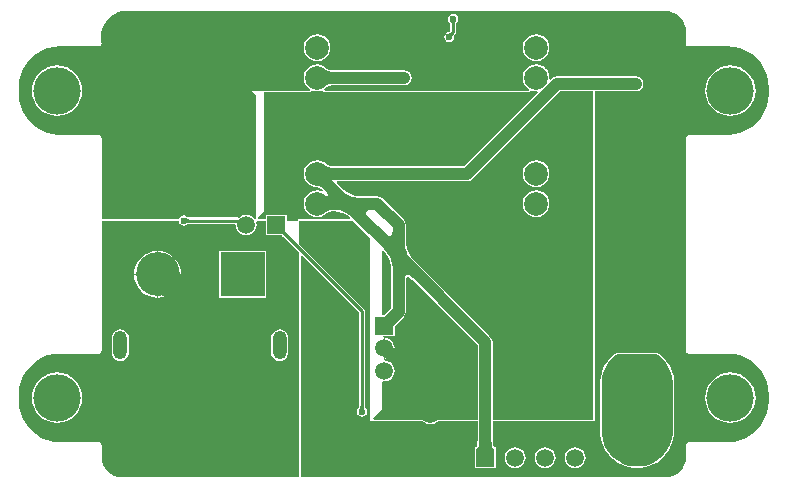
<source format=gbl>
G04*
G04 #@! TF.GenerationSoftware,Altium Limited,Altium Designer,20.2.5 (213)*
G04*
G04 Layer_Physical_Order=2*
G04 Layer_Color=16711680*
%FSLAX25Y25*%
%MOIN*%
G70*
G04*
G04 #@! TF.SameCoordinates,E7A29C4C-667B-4874-933E-F4189BEA85A9*
G04*
G04*
G04 #@! TF.FilePolarity,Positive*
G04*
G01*
G75*
%ADD12C,0.01000*%
%ADD18C,0.15748*%
%ADD34C,0.21260*%
G04:AMPARAMS|DCode=46|XSize=259.84mil|YSize=102.36mil|CornerRadius=51.18mil|HoleSize=0mil|Usage=FLASHONLY|Rotation=270.000|XOffset=0mil|YOffset=0mil|HoleType=Round|Shape=RoundedRectangle|*
%AMROUNDEDRECTD46*
21,1,0.25984,0.00000,0,0,270.0*
21,1,0.15748,0.10236,0,0,270.0*
1,1,0.10236,0.00000,-0.07874*
1,1,0.10236,0.00000,0.07874*
1,1,0.10236,0.00000,0.07874*
1,1,0.10236,0.00000,-0.07874*
%
%ADD46ROUNDEDRECTD46*%
%ADD47C,0.05906*%
%ADD48R,0.05906X0.05906*%
%ADD49C,0.03150*%
%ADD50C,0.03937*%
%ADD51C,0.07874*%
%ADD55O,0.04724X0.09449*%
%ADD56C,0.14630*%
%ADD57R,0.14630X0.14630*%
%ADD58R,0.05906X0.05906*%
%ADD59C,0.07874*%
%ADD60C,0.02362*%
%ADD61C,0.03937*%
G36*
X188976Y156461D02*
Y156461D01*
X189458Y156416D01*
X190314Y156332D01*
X191601Y155941D01*
X192786Y155308D01*
X193825Y154455D01*
X194678Y153416D01*
X195311Y152230D01*
X195702Y150944D01*
X195833Y149615D01*
X195831Y149606D01*
Y145669D01*
X195908Y145279D01*
X196129Y144948D01*
X196460Y144727D01*
X196850Y144650D01*
X210535D01*
X210560Y144623D01*
Y144623D01*
X210560Y144623D01*
X211803Y144525D01*
X213907Y144020D01*
X215906Y143192D01*
X217751Y142061D01*
X219396Y140656D01*
X220801Y139011D01*
X221932Y137166D01*
X222760Y135167D01*
X223265Y133063D01*
X223435Y130905D01*
X223363Y129991D01*
X223363D01*
X223363Y129851D01*
X223363D01*
X223389Y129513D01*
X223389Y129512D01*
X223391Y129493D01*
X223435Y128937D01*
X223265Y126780D01*
X222760Y124676D01*
X221932Y122677D01*
X220801Y120832D01*
X219396Y119187D01*
X217751Y117781D01*
X215906Y116651D01*
X213907Y115823D01*
X211803Y115318D01*
X210560Y115220D01*
X210560Y115220D01*
Y115220D01*
X210535Y115193D01*
X196850D01*
X196460Y115115D01*
X196129Y114894D01*
X195908Y114563D01*
X195831Y114173D01*
Y43307D01*
X195908Y42917D01*
X196129Y42586D01*
X196460Y42365D01*
X196850Y42287D01*
X210535D01*
X210560Y42260D01*
Y42260D01*
X210560Y42260D01*
X211803Y42163D01*
X213907Y41658D01*
X215906Y40830D01*
X217751Y39699D01*
X219396Y38294D01*
X220801Y36648D01*
X221932Y34803D01*
X222760Y32804D01*
X223265Y30700D01*
X223435Y28543D01*
X223363Y27629D01*
X223363D01*
X223363Y27489D01*
X223363D01*
X223389Y27151D01*
X223389Y27150D01*
X223391Y27131D01*
X223435Y26575D01*
X223265Y24418D01*
X222760Y22314D01*
X221932Y20315D01*
X220801Y18470D01*
X219396Y16825D01*
X217751Y15419D01*
X215906Y14289D01*
X213907Y13461D01*
X211803Y12956D01*
X210560Y12858D01*
X210560Y12858D01*
Y12858D01*
X210535Y12831D01*
X196850D01*
X196460Y12753D01*
X196129Y12532D01*
X195908Y12201D01*
X195831Y11811D01*
Y7874D01*
X195831Y7874D01*
X195831D01*
X195785Y7384D01*
X195702Y6536D01*
X195311Y5250D01*
X194678Y4064D01*
X193825Y3025D01*
X192786Y2173D01*
X191601Y1539D01*
X190314Y1149D01*
X188985Y1018D01*
X188976Y1020D01*
X67470D01*
Y74785D01*
X67932Y74976D01*
X86776Y56133D01*
Y24775D01*
X86754Y24726D01*
X86751Y24622D01*
X86744Y24541D01*
X86734Y24469D01*
X86719Y24405D01*
X86702Y24350D01*
X86683Y24301D01*
X86663Y24260D01*
X86640Y24224D01*
X86616Y24192D01*
X86572Y24144D01*
X86558Y24106D01*
X86212Y23589D01*
X86081Y22933D01*
X86212Y22277D01*
X86583Y21721D01*
X87139Y21350D01*
X87795Y21219D01*
X88451Y21350D01*
X89007Y21721D01*
X89379Y22277D01*
X89509Y22933D01*
X89379Y23589D01*
X89033Y24106D01*
X89019Y24144D01*
X88975Y24192D01*
X88950Y24224D01*
X88928Y24260D01*
X88907Y24301D01*
X88888Y24350D01*
X88871Y24405D01*
X88857Y24469D01*
X88846Y24541D01*
X88839Y24622D01*
X88836Y24726D01*
X88815Y24775D01*
Y56555D01*
X88737Y56945D01*
X88516Y57276D01*
X66929Y78863D01*
Y86614D01*
X84886D01*
X90551Y80949D01*
Y19685D01*
X107959D01*
X108392Y19353D01*
X109472Y18905D01*
X110630Y18753D01*
X111788Y18905D01*
X112868Y19353D01*
X113301Y19685D01*
X126361D01*
Y13909D01*
X126359Y13729D01*
X126283Y12501D01*
X126220Y12026D01*
X126141Y11636D01*
X126052Y11341D01*
X125965Y11151D01*
X125903Y11068D01*
X125899Y11065D01*
X125824Y11049D01*
X125799Y11032D01*
X125425D01*
Y10590D01*
X125396Y10520D01*
X125419Y10465D01*
X125408Y10407D01*
X125425Y10381D01*
Y4126D01*
X132331D01*
Y10381D01*
X132348Y10407D01*
X132337Y10465D01*
X132360Y10520D01*
X132331Y10590D01*
Y11032D01*
X131957D01*
X131931Y11049D01*
X131857Y11065D01*
X131853Y11068D01*
X131791Y11151D01*
X131704Y11341D01*
X131615Y11636D01*
X131539Y12013D01*
X131397Y13734D01*
X131395Y13909D01*
Y19685D01*
X165354D01*
Y129668D01*
X179134D01*
X180097Y129860D01*
X180914Y130405D01*
X181459Y131222D01*
X181651Y132185D01*
X181459Y133148D01*
X180914Y133965D01*
X180097Y134510D01*
X179134Y134702D01*
X152885D01*
X151922Y134510D01*
X151106Y133965D01*
X150751Y133610D01*
X150278Y133844D01*
X150326Y134209D01*
X150173Y135367D01*
X149726Y136446D01*
X149015Y137373D01*
X148088Y138084D01*
X147009Y138531D01*
X145850Y138684D01*
X144692Y138531D01*
X143613Y138084D01*
X142686Y137373D01*
X141975Y136446D01*
X141528Y135367D01*
X141375Y134209D01*
X141528Y133050D01*
X141975Y131971D01*
X142686Y131044D01*
X143498Y130421D01*
X143364Y129921D01*
X75336D01*
X75203Y130421D01*
X76015Y131044D01*
X76041Y131078D01*
X76056Y131083D01*
X76197Y131211D01*
X76338Y131309D01*
X76511Y131402D01*
X76717Y131486D01*
X76956Y131561D01*
X77229Y131624D01*
X77529Y131674D01*
X78251Y131735D01*
X78273Y131735D01*
X101969D01*
X102932Y131927D01*
X103748Y132472D01*
X104294Y133289D01*
X104485Y134252D01*
X104294Y135215D01*
X103748Y136032D01*
X102932Y136577D01*
X101969Y136769D01*
X78418D01*
X77816Y136792D01*
X77482Y136827D01*
X77174Y136876D01*
X76899Y136938D01*
X76657Y137011D01*
X76449Y137093D01*
X76273Y137184D01*
X76130Y137279D01*
X75986Y137404D01*
X75966Y137411D01*
X75088Y138084D01*
X74009Y138531D01*
X72850Y138684D01*
X71692Y138531D01*
X70613Y138084D01*
X69686Y137373D01*
X68975Y136446D01*
X68528Y135367D01*
X68375Y134209D01*
X68528Y133050D01*
X68975Y131971D01*
X69686Y131044D01*
X70498Y130421D01*
X70364Y129921D01*
X51181D01*
X52510Y128592D01*
Y87333D01*
X52048Y87176D01*
X51978Y87212D01*
X51966Y87221D01*
X51675Y87600D01*
X50954Y88154D01*
X50114Y88502D01*
X49213Y88620D01*
X48311Y88502D01*
X47471Y88154D01*
X46750Y87600D01*
X46727Y87570D01*
X46409Y87634D01*
X30286D01*
X30238Y87655D01*
X30134Y87658D01*
X30053Y87665D01*
X29981Y87676D01*
X29917Y87690D01*
X29861Y87707D01*
X29813Y87726D01*
X29772Y87747D01*
X29736Y87769D01*
X29704Y87794D01*
X29656Y87838D01*
X29618Y87852D01*
X29101Y88198D01*
X28445Y88328D01*
X27789Y88198D01*
X27233Y87826D01*
X26861Y87270D01*
X26851Y87220D01*
X26731Y87155D01*
X1020D01*
Y114173D01*
X942Y114563D01*
X721Y114894D01*
X390Y115115D01*
X0Y115193D01*
X-13684D01*
X-13710Y115220D01*
Y115220D01*
X-13710Y115220D01*
X-14952Y115318D01*
X-17056Y115823D01*
X-19055Y116651D01*
X-20900Y117781D01*
X-22546Y119187D01*
X-23951Y120832D01*
X-25081Y122677D01*
X-25910Y124676D01*
X-26415Y126780D01*
X-26584Y128937D01*
X-26512Y129851D01*
X-26512D01*
X-26512Y129991D01*
X-26512D01*
X-26539Y130330D01*
X-26539Y130330D01*
X-26541Y130349D01*
X-26584Y130905D01*
X-26415Y133063D01*
X-25910Y135167D01*
X-25081Y137166D01*
X-23951Y139011D01*
X-22546Y140656D01*
X-20900Y142061D01*
X-19055Y143192D01*
X-17056Y144020D01*
X-14952Y144525D01*
X-13710Y144623D01*
X-13710Y144623D01*
Y144623D01*
X-13684Y144650D01*
X0D01*
X390Y144727D01*
X721Y144948D01*
X942Y145279D01*
X1020Y145669D01*
X988Y145867D01*
X939Y146348D01*
X812Y147638D01*
X985Y149400D01*
X1499Y151094D01*
X2334Y152655D01*
X3457Y154024D01*
X4825Y155147D01*
X6386Y155981D01*
X7967Y156461D01*
X188485D01*
X188976Y156461D01*
D02*
G37*
G36*
X75801Y136848D02*
X75999Y136716D01*
X76224Y136600D01*
X76479Y136499D01*
X76761Y136414D01*
X77072Y136345D01*
X77411Y136290D01*
X77778Y136251D01*
X78597Y136221D01*
X78647Y132283D01*
X78223Y132275D01*
X77462Y132211D01*
X77124Y132156D01*
X76814Y132084D01*
X76533Y131996D01*
X76280Y131892D01*
X76056Y131772D01*
X75860Y131636D01*
X75692Y131484D01*
X75631Y136995D01*
X75801Y136848D01*
D02*
G37*
G36*
X144692Y129886D02*
X145850Y129733D01*
X146215Y129781D01*
X146449Y129308D01*
X121867Y104726D01*
X78447D01*
X77843Y104749D01*
X77509Y104785D01*
X77202Y104834D01*
X76928Y104897D01*
X76687Y104971D01*
X76480Y105055D01*
X76306Y105146D01*
X76164Y105243D01*
X76021Y105369D01*
X76017Y105371D01*
X76015Y105373D01*
X75088Y106084D01*
X74009Y106532D01*
X72850Y106684D01*
X71692Y106532D01*
X70613Y106084D01*
X69686Y105373D01*
X68975Y104446D01*
X68528Y103367D01*
X68375Y102209D01*
X68528Y101050D01*
X68975Y99971D01*
X69686Y99044D01*
X70613Y98333D01*
X71692Y97886D01*
X72850Y97733D01*
X72853Y97734D01*
X72858Y97732D01*
X73048Y97720D01*
X73217Y97688D01*
X73405Y97629D01*
X73610Y97542D01*
X73832Y97424D01*
X74071Y97275D01*
X74318Y97097D01*
X74669Y96799D01*
X74406Y96367D01*
X74009Y96531D01*
X72850Y96684D01*
X71692Y96531D01*
X70613Y96084D01*
X69686Y95373D01*
X68975Y94446D01*
X68528Y93367D01*
X68375Y92209D01*
X68528Y91050D01*
X68975Y89971D01*
X69686Y89044D01*
X70613Y88333D01*
X71692Y87886D01*
X72850Y87733D01*
X74009Y87886D01*
X75088Y88333D01*
X76015Y89044D01*
X76017Y89046D01*
X76021Y89048D01*
X76164Y89174D01*
X76306Y89271D01*
X76480Y89363D01*
X76687Y89446D01*
X76928Y89520D01*
X77202Y89583D01*
X77503Y89632D01*
X78226Y89692D01*
X78243Y89692D01*
X78288D01*
X78834Y89672D01*
X79546Y89593D01*
X80234Y89462D01*
X80898Y89279D01*
X81539Y89044D01*
X82160Y88756D01*
X82759Y88416D01*
X83337Y88023D01*
X83797Y87655D01*
X83721Y87315D01*
X83614Y87155D01*
X66929D01*
X66546Y86997D01*
X66388Y86614D01*
X62665D01*
Y88591D01*
X55760D01*
Y87155D01*
X53514D01*
X53052Y87333D01*
Y87874D01*
X55118Y89941D01*
Y129380D01*
X70364D01*
X70495Y129434D01*
X70636Y129453D01*
X70680Y129511D01*
X70747Y129539D01*
X70801Y129669D01*
X70887Y129782D01*
X70925Y129921D01*
X71607D01*
X71692Y129886D01*
X72850Y129733D01*
X74009Y129886D01*
X74094Y129921D01*
X74776D01*
X74813Y129782D01*
X74900Y129669D01*
X74954Y129539D01*
X75021Y129511D01*
X75065Y129453D01*
X75206Y129434D01*
X75336Y129380D01*
X143364D01*
X143495Y129434D01*
X143635Y129453D01*
X143680Y129511D01*
X143747Y129539D01*
X143801Y129669D01*
X143887Y129782D01*
X143924Y129921D01*
X144607D01*
X144692Y129886D01*
D02*
G37*
G36*
X75831Y104815D02*
X76027Y104681D01*
X76253Y104563D01*
X76506Y104461D01*
X76788Y104374D01*
X77098Y104303D01*
X77437Y104248D01*
X77803Y104209D01*
X78622Y104177D01*
Y100240D01*
X78199Y100232D01*
X77710Y100192D01*
X77767Y100120D01*
X78324Y99519D01*
X75765Y96961D01*
X80882D01*
X81450Y96432D01*
X82042Y95959D01*
X82656Y95541D01*
X83293Y95179D01*
X83954Y94873D01*
X84638Y94623D01*
X85344Y94428D01*
X86074Y94288D01*
X86827Y94205D01*
X87603Y94177D01*
X91540Y90240D01*
X90820Y90212D01*
X90234Y90129D01*
X89783Y89990D01*
X89465Y89795D01*
X89283Y89544D01*
X89235Y89238D01*
X89321Y88876D01*
X89542Y88459D01*
X89897Y87985D01*
X90387Y87456D01*
X84819D01*
X84251Y87985D01*
X83659Y88459D01*
X83045Y88876D01*
X82407Y89238D01*
X81747Y89544D01*
X81063Y89795D01*
X80356Y89990D01*
X79627Y90129D01*
X78874Y90212D01*
X78277Y90234D01*
X78199Y90232D01*
X77437Y90169D01*
X77098Y90114D01*
X76788Y90043D01*
X76506Y89957D01*
X76253Y89854D01*
X76027Y89736D01*
X75831Y89602D01*
X75662Y89453D01*
Y92676D01*
X74161Y94177D01*
X74881Y94205D01*
X75467Y94288D01*
X75662Y94349D01*
Y94965D01*
X75831Y94815D01*
X76027Y94681D01*
X76191Y94595D01*
X76235Y94623D01*
X76418Y94873D01*
X76466Y95179D01*
X76380Y95541D01*
X76159Y95959D01*
X75804Y96432D01*
X75384Y96885D01*
X75235Y97029D01*
X74651Y97524D01*
X74373Y97724D01*
X74103Y97893D01*
X73843Y98031D01*
X73591Y98138D01*
X73349Y98214D01*
X73115Y98259D01*
X72890Y98272D01*
X75662Y101044D01*
Y104965D01*
X75831Y104815D01*
D02*
G37*
G36*
X29355Y87379D02*
X29428Y87323D01*
X29507Y87274D01*
X29592Y87232D01*
X29682Y87196D01*
X29779Y87166D01*
X29881Y87144D01*
X29989Y87127D01*
X30104Y87117D01*
X30224Y87114D01*
Y86114D01*
X30104Y86111D01*
X29989Y86101D01*
X29881Y86085D01*
X29779Y86062D01*
X29682Y86032D01*
X29592Y85997D01*
X29507Y85954D01*
X29428Y85905D01*
X29355Y85849D01*
X29288Y85787D01*
Y87441D01*
X29355Y87379D01*
D02*
G37*
G36*
X55760Y81685D02*
X60618D01*
X60655Y81662D01*
X60698Y81673D01*
X60739Y81656D01*
X60810Y81685D01*
X61075D01*
X61129Y81654D01*
X61251Y81569D01*
X61585Y81286D01*
X61777Y81101D01*
X61828Y81081D01*
X66929Y75979D01*
Y1020D01*
X7874D01*
X7865Y1018D01*
X6536Y1149D01*
X5250Y1539D01*
X4064Y2173D01*
X3025Y3025D01*
X2173Y4064D01*
X1539Y5250D01*
X1149Y6536D01*
X1018Y7865D01*
X1020Y7874D01*
Y11811D01*
X942Y12201D01*
X721Y12532D01*
X390Y12753D01*
X0Y12831D01*
X-13684D01*
X-13710Y12858D01*
Y12858D01*
X-13710Y12858D01*
X-14952Y12956D01*
X-17056Y13461D01*
X-19055Y14289D01*
X-20900Y15419D01*
X-22546Y16825D01*
X-23951Y18470D01*
X-25081Y20315D01*
X-25910Y22314D01*
X-26415Y24418D01*
X-26584Y26575D01*
X-26512Y27489D01*
X-26512D01*
X-26512Y27629D01*
X-26512D01*
X-26539Y27968D01*
X-26539Y27968D01*
X-26541Y27987D01*
X-26584Y28543D01*
X-26415Y30700D01*
X-25910Y32804D01*
X-25081Y34803D01*
X-23951Y36648D01*
X-22546Y38294D01*
X-20900Y39699D01*
X-19055Y40830D01*
X-17056Y41658D01*
X-14952Y42163D01*
X-13710Y42260D01*
X-13710Y42260D01*
Y42260D01*
X-13684Y42287D01*
X0D01*
X390Y42365D01*
X721Y42586D01*
X942Y42917D01*
X1020Y43307D01*
Y86614D01*
X26731D01*
X26861Y85958D01*
X27233Y85402D01*
X27789Y85031D01*
X28445Y84900D01*
X29101Y85031D01*
X29618Y85376D01*
X29656Y85390D01*
X29704Y85435D01*
X29736Y85459D01*
X29772Y85481D01*
X29813Y85502D01*
X29861Y85521D01*
X29917Y85538D01*
X29981Y85552D01*
X30053Y85563D01*
X30134Y85570D01*
X30238Y85573D01*
X30286Y85595D01*
X45411D01*
X45741Y85219D01*
X45730Y85138D01*
X45849Y84237D01*
X46197Y83397D01*
X46750Y82675D01*
X47471Y82122D01*
X48311Y81774D01*
X49213Y81655D01*
X50114Y81774D01*
X50954Y82122D01*
X51675Y82675D01*
X52229Y83397D01*
X52577Y84237D01*
X52695Y85138D01*
X52577Y86039D01*
X52510Y86198D01*
X52788Y86614D01*
X55760D01*
Y81685D01*
D02*
G37*
G36*
X62097Y83534D02*
X62068Y83442D01*
Y83336D01*
X62097Y83215D01*
X62153Y83081D01*
X62238Y82932D01*
X62351Y82770D01*
X62493Y82593D01*
X62861Y82197D01*
X62153Y81490D01*
X61948Y81688D01*
X61581Y81999D01*
X61418Y82112D01*
X61269Y82197D01*
X61135Y82254D01*
X61015Y82282D01*
X60909D01*
X60817Y82254D01*
X60739Y82197D01*
X62153Y83611D01*
X62097Y83534D01*
D02*
G37*
G36*
X101969Y79811D02*
X101996Y79036D01*
X102080Y78283D01*
X102219Y77553D01*
X102414Y76846D01*
X102664Y76163D01*
X102971Y75502D01*
X103333Y74865D01*
X103750Y74250D01*
X104224Y73659D01*
X104752Y73090D01*
Y67523D01*
X104224Y68012D01*
X103750Y68367D01*
X103333Y68588D01*
X102971Y68674D01*
X102664Y68626D01*
X102414Y68444D01*
X102219Y68127D01*
X102080Y67676D01*
X101996Y67090D01*
X101969Y66370D01*
X98032Y70307D01*
X98004Y71083D01*
X97920Y71835D01*
X97781Y72565D01*
X97586Y73272D01*
X97335Y73955D01*
X97029Y74616D01*
X96667Y75253D01*
X96250Y75868D01*
X95776Y76459D01*
X95248Y77028D01*
Y82595D01*
X95776Y82106D01*
X96250Y81751D01*
X96667Y81530D01*
X97029Y81444D01*
X97335Y81492D01*
X97586Y81674D01*
X97781Y81991D01*
X97920Y82442D01*
X98004Y83028D01*
X98032Y83749D01*
X101969Y79811D01*
D02*
G37*
G36*
X94994Y76506D02*
X95367Y76105D01*
X95814Y75546D01*
X96207Y74967D01*
X96548Y74368D01*
X96835Y73748D01*
X97070Y73106D01*
X97253Y72442D01*
X97385Y71755D01*
X97464Y71043D01*
X97483Y70497D01*
Y57327D01*
X96196Y56094D01*
X95397Y55414D01*
X95099Y55193D01*
X94988Y55123D01*
X94623Y55257D01*
X94546Y55322D01*
X94488Y55487D01*
Y76358D01*
X94950Y76550D01*
X94994Y76506D01*
D02*
G37*
G36*
X101000Y54496D02*
X100400Y53887D01*
X98466Y51684D01*
X98294Y51412D01*
X98193Y51195D01*
X98163Y51034D01*
X98204Y50929D01*
X94649Y54484D01*
X94754Y54442D01*
X94915Y54472D01*
X95132Y54574D01*
X95405Y54746D01*
X95734Y54990D01*
X96559Y55692D01*
X98216Y57280D01*
X101000Y54496D01*
D02*
G37*
G36*
X103460Y67909D02*
X103876Y67596D01*
X104241Y67259D01*
X126361Y45139D01*
Y20226D01*
X113301D01*
X113140Y20159D01*
X112971Y20114D01*
X112595Y19825D01*
X112256Y19685D01*
X109004D01*
X108665Y19825D01*
X108289Y20114D01*
X108120Y20159D01*
X107959Y20226D01*
X91746D01*
X91554Y20688D01*
X94488Y23622D01*
Y32758D01*
X94864Y33087D01*
X95276Y33033D01*
X96177Y33152D01*
X97017Y33500D01*
X97738Y34053D01*
X98292Y34775D01*
X98640Y35614D01*
X98758Y36516D01*
X98640Y37417D01*
X98292Y38257D01*
X97738Y38978D01*
X97017Y39532D01*
X96177Y39880D01*
X95276Y39998D01*
X95240Y39994D01*
X94919Y40276D01*
X95026Y40369D01*
Y44035D01*
Y47735D01*
X94843Y47965D01*
X94894Y48102D01*
X98728D01*
Y50887D01*
X98746Y50929D01*
X98728Y50970D01*
Y51063D01*
X98770Y51152D01*
X98901Y51359D01*
X100777Y53498D01*
X101780Y54500D01*
X102325Y55316D01*
X102517Y56279D01*
Y66544D01*
X102536Y67041D01*
X102610Y67557D01*
X102708Y67876D01*
X103165Y68065D01*
X103460Y67909D01*
D02*
G37*
G36*
X88299Y24592D02*
X88308Y24478D01*
X88325Y24369D01*
X88348Y24267D01*
X88377Y24171D01*
X88413Y24080D01*
X88455Y23995D01*
X88504Y23916D01*
X88560Y23844D01*
X88622Y23776D01*
X86968D01*
X87031Y23844D01*
X87086Y23916D01*
X87135Y23995D01*
X87178Y24080D01*
X87214Y24171D01*
X87243Y24267D01*
X87266Y24369D01*
X87282Y24478D01*
X87292Y24592D01*
X87295Y24712D01*
X88295D01*
X88299Y24592D01*
D02*
G37*
G36*
X164813Y20226D02*
X131395D01*
Y46181D01*
X131203Y47144D01*
X130658Y47961D01*
X105006Y73613D01*
X104633Y74013D01*
X104186Y74572D01*
X103793Y75151D01*
X103452Y75750D01*
X103165Y76370D01*
X102930Y77012D01*
X102747Y77676D01*
X102615Y78364D01*
X102536Y79075D01*
X102517Y79622D01*
Y85138D01*
X102325Y86101D01*
X101780Y86918D01*
X94709Y93988D01*
X93892Y94534D01*
X92929Y94726D01*
X87413D01*
X86866Y94745D01*
X86155Y94824D01*
X85467Y94955D01*
X84803Y95138D01*
X84161Y95374D01*
X83541Y95661D01*
X82942Y96001D01*
X82363Y96394D01*
X81804Y96842D01*
X81404Y97215D01*
X79389Y99230D01*
X79580Y99692D01*
X122909D01*
X123872Y99883D01*
X124689Y100429D01*
X153928Y129668D01*
X164813D01*
Y20226D01*
D02*
G37*
G36*
X130856Y13709D02*
X131002Y11937D01*
X131089Y11504D01*
X131196Y11149D01*
X131323Y10874D01*
X131469Y10677D01*
X131634Y10559D01*
X131819Y10520D01*
X125937D01*
X126122Y10559D01*
X126287Y10677D01*
X126433Y10874D01*
X126559Y11149D01*
X126666Y11504D01*
X126754Y11937D01*
X126822Y12449D01*
X126900Y13709D01*
X126909Y14457D01*
X130847D01*
X130856Y13709D01*
D02*
G37*
%LPC*%
G36*
X118209Y155553D02*
X117553Y155422D01*
X116997Y155051D01*
X116625Y154495D01*
X116495Y153839D01*
X116625Y153183D01*
X116971Y152665D01*
X116985Y152627D01*
X117029Y152579D01*
X117053Y152548D01*
X117076Y152512D01*
X117097Y152470D01*
X117116Y152422D01*
X117133Y152367D01*
X117147Y152303D01*
X117158Y152231D01*
X117165Y152149D01*
X117168Y152045D01*
X117189Y151997D01*
Y149817D01*
X117156Y149804D01*
X117082Y149733D01*
X116938Y149610D01*
X116879Y149568D01*
X116819Y149528D01*
X116761Y149495D01*
X116707Y149468D01*
X116657Y149447D01*
X116610Y149432D01*
X116546Y149415D01*
X116471Y149359D01*
X116273Y149320D01*
X115717Y148948D01*
X115346Y148392D01*
X115215Y147736D01*
X115346Y147080D01*
X115717Y146524D01*
X116273Y146153D01*
X116929Y146022D01*
X117585Y146153D01*
X118141Y146524D01*
X118513Y147080D01*
X118643Y147736D01*
X118590Y148004D01*
X118612Y148101D01*
X118602Y148155D01*
X118601Y148176D01*
X118603Y148196D01*
X118608Y148221D01*
X118617Y148251D01*
X118634Y148288D01*
X118659Y148332D01*
X118695Y148383D01*
X118742Y148441D01*
X118812Y148515D01*
X118830Y148564D01*
X118854Y148588D01*
X118882Y148609D01*
X118883Y148617D01*
X118930Y148663D01*
X119151Y148994D01*
X119228Y149384D01*
Y151997D01*
X119250Y152045D01*
X119253Y152149D01*
X119260Y152231D01*
X119270Y152303D01*
X119285Y152367D01*
X119302Y152422D01*
X119321Y152470D01*
X119341Y152512D01*
X119364Y152548D01*
X119388Y152579D01*
X119432Y152627D01*
X119446Y152665D01*
X119792Y153183D01*
X119923Y153839D01*
X119792Y154495D01*
X119421Y155051D01*
X118865Y155422D01*
X118209Y155553D01*
D02*
G37*
G36*
X145850Y148684D02*
X144692Y148531D01*
X143613Y148084D01*
X142686Y147373D01*
X141975Y146446D01*
X141528Y145367D01*
X141375Y144209D01*
X141528Y143050D01*
X141975Y141971D01*
X142686Y141044D01*
X143613Y140333D01*
X144692Y139886D01*
X145850Y139733D01*
X147009Y139886D01*
X148088Y140333D01*
X149015Y141044D01*
X149726Y141971D01*
X150173Y143050D01*
X150326Y144209D01*
X150173Y145367D01*
X149726Y146446D01*
X149015Y147373D01*
X148088Y148084D01*
X147009Y148531D01*
X145850Y148684D01*
D02*
G37*
G36*
X72850D02*
X71692Y148531D01*
X70613Y148084D01*
X69686Y147373D01*
X68975Y146446D01*
X68528Y145367D01*
X68375Y144209D01*
X68528Y143050D01*
X68975Y141971D01*
X69686Y141044D01*
X70613Y140333D01*
X71692Y139886D01*
X72850Y139733D01*
X74009Y139886D01*
X75088Y140333D01*
X76015Y141044D01*
X76726Y141971D01*
X77173Y143050D01*
X77326Y144209D01*
X77173Y145367D01*
X76726Y146446D01*
X76015Y147373D01*
X75088Y148084D01*
X74009Y148531D01*
X72850Y148684D01*
D02*
G37*
G36*
X210630Y138336D02*
X208988Y138174D01*
X207410Y137695D01*
X205955Y136918D01*
X204680Y135871D01*
X203633Y134596D01*
X202856Y133141D01*
X202377Y131563D01*
X202215Y129921D01*
X202377Y128280D01*
X202856Y126701D01*
X203633Y125246D01*
X204680Y123971D01*
X205955Y122925D01*
X207410Y122147D01*
X208988Y121668D01*
X210630Y121507D01*
X212271Y121668D01*
X213850Y122147D01*
X215305Y122925D01*
X216580Y123971D01*
X217626Y125246D01*
X218404Y126701D01*
X218883Y128280D01*
X219044Y129921D01*
X218883Y131563D01*
X218404Y133141D01*
X217626Y134596D01*
X216580Y135871D01*
X215305Y136918D01*
X213850Y137695D01*
X212271Y138174D01*
X210630Y138336D01*
D02*
G37*
G36*
X-13780D02*
X-15421Y138174D01*
X-17000Y137695D01*
X-18454Y136918D01*
X-19729Y135871D01*
X-20776Y134596D01*
X-21553Y133141D01*
X-22032Y131563D01*
X-22194Y129921D01*
X-22032Y128280D01*
X-21553Y126701D01*
X-20776Y125246D01*
X-19729Y123971D01*
X-18454Y122925D01*
X-17000Y122147D01*
X-15421Y121668D01*
X-13780Y121507D01*
X-12138Y121668D01*
X-10559Y122147D01*
X-9105Y122925D01*
X-7830Y123971D01*
X-6783Y125246D01*
X-6005Y126701D01*
X-5527Y128280D01*
X-5365Y129921D01*
X-5527Y131563D01*
X-6005Y133141D01*
X-6783Y134596D01*
X-7830Y135871D01*
X-9105Y136918D01*
X-10559Y137695D01*
X-12138Y138174D01*
X-13780Y138336D01*
D02*
G37*
G36*
X210630Y35974D02*
X208988Y35812D01*
X207410Y35333D01*
X205955Y34556D01*
X204680Y33509D01*
X203633Y32234D01*
X202856Y30779D01*
X202377Y29201D01*
X202215Y27559D01*
X202377Y25918D01*
X202856Y24339D01*
X203633Y22884D01*
X204680Y21609D01*
X205955Y20563D01*
X207410Y19785D01*
X208988Y19306D01*
X210630Y19144D01*
X212271Y19306D01*
X213850Y19785D01*
X215305Y20563D01*
X216580Y21609D01*
X217626Y22884D01*
X218404Y24339D01*
X218883Y25918D01*
X219044Y27559D01*
X218883Y29201D01*
X218404Y30779D01*
X217626Y32234D01*
X216580Y33509D01*
X215305Y34556D01*
X213850Y35333D01*
X212271Y35812D01*
X210630Y35974D01*
D02*
G37*
G36*
X186056Y42608D02*
X172999D01*
X172854Y42548D01*
X172700Y42518D01*
X172093Y42116D01*
X172073Y42086D01*
X172040Y42075D01*
X170934Y41127D01*
X170918Y41096D01*
X170887Y41081D01*
X169906Y40005D01*
X169894Y39971D01*
X169864Y39953D01*
X169023Y38764D01*
X169015Y38729D01*
X168988Y38707D01*
X168299Y37424D01*
X168296Y37389D01*
X168272Y37363D01*
X167746Y36005D01*
X167747Y35970D01*
X167726Y35942D01*
X167370Y34530D01*
X167376Y34495D01*
X167358Y34464D01*
X167179Y33019D01*
X167189Y32985D01*
X167175Y32952D01*
Y32224D01*
Y16476D01*
Y15547D01*
X167192Y15506D01*
X167182Y15462D01*
X167473Y13626D01*
X167496Y13588D01*
X167493Y13543D01*
X168067Y11775D01*
X168096Y11741D01*
X168100Y11697D01*
X168944Y10040D01*
X168978Y10011D01*
X168988Y9968D01*
X170081Y8464D01*
X170119Y8441D01*
X170136Y8399D01*
X171450Y7085D01*
X171492Y7068D01*
X171515Y7030D01*
X173019Y5937D01*
X173063Y5926D01*
X173091Y5892D01*
X174748Y5049D01*
X174793Y5045D01*
X174826Y5016D01*
X176595Y4442D01*
X176639Y4445D01*
X176677Y4422D01*
X178513Y4131D01*
X178557Y4141D01*
X178598Y4124D01*
X180457D01*
X180498Y4141D01*
X180542Y4131D01*
X182378Y4422D01*
X182416Y4445D01*
X182460Y4442D01*
X184229Y5016D01*
X184263Y5045D01*
X184307Y5049D01*
X185964Y5892D01*
X185993Y5926D01*
X186036Y5937D01*
X187540Y7030D01*
X187563Y7068D01*
X187605Y7085D01*
X188919Y8399D01*
X188936Y8441D01*
X188974Y8464D01*
X190067Y9968D01*
X190077Y10011D01*
X190111Y10040D01*
X190955Y11697D01*
X190959Y11741D01*
X190988Y11775D01*
X191562Y13543D01*
X191559Y13588D01*
X191582Y13626D01*
X191873Y15462D01*
X191863Y15506D01*
X191880Y15547D01*
Y16476D01*
Y32224D01*
X191880Y32224D01*
X191880Y32952D01*
X191866Y32985D01*
X191876Y33019D01*
X191697Y34464D01*
X191679Y34495D01*
X191685Y34530D01*
X191330Y35942D01*
X191308Y35970D01*
X191309Y36005D01*
X190784Y37363D01*
X190759Y37389D01*
X190756Y37424D01*
X190067Y38707D01*
X190040Y38729D01*
X190032Y38764D01*
X189191Y39953D01*
X189161Y39971D01*
X189149Y40005D01*
X188169Y41081D01*
X188137Y41096D01*
X188121Y41127D01*
X187015Y42075D01*
X186982Y42086D01*
X186962Y42116D01*
X186355Y42518D01*
X186201Y42548D01*
X186056Y42608D01*
D02*
G37*
G36*
X158878Y11061D02*
X157977Y10943D01*
X157137Y10595D01*
X156415Y10041D01*
X155862Y9320D01*
X155514Y8480D01*
X155395Y7579D01*
X155514Y6677D01*
X155862Y5838D01*
X156415Y5116D01*
X157137Y4563D01*
X157977Y4215D01*
X158878Y4096D01*
X159779Y4215D01*
X160619Y4563D01*
X161340Y5116D01*
X161894Y5838D01*
X162242Y6677D01*
X162361Y7579D01*
X162242Y8480D01*
X161894Y9320D01*
X161340Y10041D01*
X160619Y10595D01*
X159779Y10943D01*
X158878Y11061D01*
D02*
G37*
G36*
X148878D02*
X147977Y10943D01*
X147137Y10595D01*
X146415Y10041D01*
X145862Y9320D01*
X145514Y8480D01*
X145395Y7579D01*
X145514Y6677D01*
X145862Y5838D01*
X146415Y5116D01*
X147137Y4563D01*
X147977Y4215D01*
X148878Y4096D01*
X149779Y4215D01*
X150619Y4563D01*
X151340Y5116D01*
X151894Y5838D01*
X152242Y6677D01*
X152360Y7579D01*
X152242Y8480D01*
X151894Y9320D01*
X151340Y10041D01*
X150619Y10595D01*
X149779Y10943D01*
X148878Y11061D01*
D02*
G37*
G36*
X138878D02*
X137977Y10943D01*
X137137Y10595D01*
X136415Y10041D01*
X135862Y9320D01*
X135514Y8480D01*
X135395Y7579D01*
X135514Y6677D01*
X135862Y5838D01*
X136415Y5116D01*
X137137Y4563D01*
X137977Y4215D01*
X138878Y4096D01*
X139779Y4215D01*
X140619Y4563D01*
X141340Y5116D01*
X141894Y5838D01*
X142242Y6677D01*
X142360Y7579D01*
X142242Y8480D01*
X141894Y9320D01*
X141340Y10041D01*
X140619Y10595D01*
X139779Y10943D01*
X138878Y11061D01*
D02*
G37*
%LPD*%
G36*
X118973Y152928D02*
X118918Y152855D01*
X118869Y152776D01*
X118826Y152692D01*
X118790Y152601D01*
X118761Y152505D01*
X118738Y152402D01*
X118722Y152294D01*
X118712Y152180D01*
X118709Y152060D01*
X117709D01*
X117705Y152180D01*
X117696Y152294D01*
X117679Y152402D01*
X117656Y152505D01*
X117627Y152601D01*
X117591Y152692D01*
X117549Y152776D01*
X117499Y152855D01*
X117444Y152928D01*
X117382Y152995D01*
X119035D01*
X118973Y152928D01*
D02*
G37*
G36*
X118417Y148886D02*
X118334Y148798D01*
X118262Y148709D01*
X118201Y148621D01*
X118151Y148533D01*
X118112Y148445D01*
X118083Y148358D01*
X118066Y148270D01*
X118059Y148183D01*
X118063Y148096D01*
X118078Y148008D01*
X116680Y148891D01*
X116764Y148912D01*
X116848Y148941D01*
X116932Y148976D01*
X117017Y149018D01*
X117102Y149067D01*
X117187Y149123D01*
X117273Y149185D01*
X117445Y149331D01*
X117531Y149414D01*
X118417Y148886D01*
D02*
G37*
G36*
X186663Y41664D02*
X187768Y40716D01*
X188749Y39640D01*
X189590Y38451D01*
X190279Y37168D01*
X190805Y35810D01*
X191160Y34398D01*
X191339Y32952D01*
X191339Y32224D01*
X191339Y32224D01*
Y16476D01*
Y15547D01*
X191048Y13711D01*
X190473Y11942D01*
X189629Y10286D01*
X188537Y8782D01*
X187222Y7467D01*
X185718Y6375D01*
X184061Y5531D01*
X182293Y4956D01*
X180457Y4665D01*
X178598D01*
X176762Y4956D01*
X174994Y5531D01*
X173337Y6375D01*
X171833Y7467D01*
X170519Y8782D01*
X169426Y10286D01*
X168582Y11942D01*
X168007Y13711D01*
X167717Y15547D01*
Y16476D01*
Y32224D01*
Y32952D01*
X167895Y34398D01*
X168250Y35810D01*
X168776Y37168D01*
X169465Y38451D01*
X170306Y39640D01*
X171287Y40716D01*
X172392Y41664D01*
X172999Y42067D01*
X186056D01*
X186663Y41664D01*
D02*
G37*
%LPC*%
G36*
X19935Y76529D02*
Y68951D01*
X26222D01*
X26897Y69921D01*
X26967Y69654D01*
X27093Y69352D01*
X27275Y69015D01*
X27316Y68951D01*
X27513D01*
X27387Y70233D01*
X26940Y71706D01*
X26214Y73064D01*
X25238Y74253D01*
X24048Y75230D01*
X22690Y75956D01*
X21217Y76403D01*
X19935Y76529D01*
D02*
G37*
G36*
X19435D02*
X18153Y76403D01*
X16680Y75956D01*
X15322Y75230D01*
X14132Y74253D01*
X13156Y73064D01*
X12430Y71706D01*
X11983Y70233D01*
X11857Y68951D01*
X19435D01*
Y76529D01*
D02*
G37*
G36*
X55847Y76516D02*
X40216D01*
Y60886D01*
X55847D01*
Y76516D01*
D02*
G37*
G36*
X25875Y68451D02*
X19935D01*
Y60873D01*
X21217Y60999D01*
X22383Y61353D01*
X22207Y61419D01*
X21797Y61516D01*
X21412Y61548D01*
X21050Y61514D01*
X25875Y68451D01*
D02*
G37*
G36*
X19435D02*
X11857D01*
X11983Y67169D01*
X12430Y65696D01*
X13156Y64338D01*
X14132Y63148D01*
X15322Y62172D01*
X16680Y61446D01*
X18153Y60999D01*
X19435Y60873D01*
Y68451D01*
D02*
G37*
G36*
X60433Y50328D02*
X59686Y50230D01*
X58990Y49941D01*
X58392Y49482D01*
X57933Y48884D01*
X57644Y48188D01*
X57546Y47441D01*
Y42717D01*
X57644Y41969D01*
X57933Y41273D01*
X58392Y40675D01*
X58990Y40216D01*
X59686Y39928D01*
X60433Y39830D01*
X61180Y39928D01*
X61876Y40216D01*
X62474Y40675D01*
X62933Y41273D01*
X63222Y41969D01*
X63320Y42717D01*
Y47441D01*
X63222Y48188D01*
X62933Y48884D01*
X62474Y49482D01*
X61876Y49941D01*
X61180Y50230D01*
X60433Y50328D01*
D02*
G37*
G36*
X7283D02*
X6536Y50230D01*
X5840Y49941D01*
X5242Y49482D01*
X4783Y48884D01*
X4495Y48188D01*
X4397Y47441D01*
Y42717D01*
X4495Y41969D01*
X4783Y41273D01*
X5242Y40675D01*
X5840Y40216D01*
X6536Y39928D01*
X7283Y39830D01*
X8031Y39928D01*
X8727Y40216D01*
X9325Y40675D01*
X9784Y41273D01*
X10072Y41969D01*
X10170Y42717D01*
Y47441D01*
X10072Y48188D01*
X9784Y48884D01*
X9325Y49482D01*
X8727Y49941D01*
X8031Y50230D01*
X7283Y50328D01*
D02*
G37*
G36*
X-13780Y35974D02*
X-15421Y35812D01*
X-17000Y35333D01*
X-18454Y34556D01*
X-19729Y33509D01*
X-20776Y32234D01*
X-21553Y30779D01*
X-22032Y29201D01*
X-22194Y27559D01*
X-22032Y25918D01*
X-21553Y24339D01*
X-20776Y22884D01*
X-19729Y21609D01*
X-18454Y20563D01*
X-17000Y19785D01*
X-15421Y19306D01*
X-13780Y19144D01*
X-12138Y19306D01*
X-10559Y19785D01*
X-9105Y20563D01*
X-7830Y21609D01*
X-6783Y22884D01*
X-6005Y24339D01*
X-5527Y25918D01*
X-5365Y27559D01*
X-5527Y29201D01*
X-6005Y30779D01*
X-6783Y32234D01*
X-7830Y33509D01*
X-9105Y34556D01*
X-10559Y35333D01*
X-12138Y35812D01*
X-13780Y35974D01*
D02*
G37*
G36*
X95526Y47485D02*
Y44285D01*
X98725D01*
X98640Y44937D01*
X98292Y45777D01*
X97738Y46498D01*
X97017Y47051D01*
X96177Y47399D01*
X95526Y47485D01*
D02*
G37*
G36*
X98725Y43785D02*
X98489D01*
X98680Y43577D01*
X98696Y43561D01*
X98725Y43785D01*
D02*
G37*
G36*
X97925D02*
X95526D01*
Y41211D01*
X97925Y43785D01*
D02*
G37*
G36*
X95526Y41012D02*
Y40586D01*
X95950Y40642D01*
X95526Y41012D01*
D02*
G37*
G36*
X145850Y106684D02*
X144692Y106532D01*
X143613Y106084D01*
X142686Y105373D01*
X141975Y104446D01*
X141528Y103367D01*
X141375Y102209D01*
X141528Y101050D01*
X141975Y99971D01*
X142686Y99044D01*
X143613Y98333D01*
X144692Y97886D01*
X145850Y97733D01*
X147009Y97886D01*
X148088Y98333D01*
X149015Y99044D01*
X149726Y99971D01*
X150173Y101050D01*
X150326Y102209D01*
X150173Y103367D01*
X149726Y104446D01*
X149015Y105373D01*
X148088Y106084D01*
X147009Y106532D01*
X145850Y106684D01*
D02*
G37*
G36*
Y96684D02*
X144692Y96531D01*
X143613Y96084D01*
X142686Y95373D01*
X141975Y94446D01*
X141528Y93367D01*
X141375Y92209D01*
X141528Y91050D01*
X141975Y89971D01*
X142686Y89044D01*
X143613Y88333D01*
X144692Y87886D01*
X145850Y87733D01*
X147009Y87886D01*
X148088Y88333D01*
X149015Y89044D01*
X149726Y89971D01*
X150173Y91050D01*
X150326Y92209D01*
X150173Y93367D01*
X149726Y94446D01*
X149015Y95373D01*
X148088Y96084D01*
X147009Y96531D01*
X145850Y96684D01*
D02*
G37*
%LPD*%
D12*
X118209Y149384D02*
Y153839D01*
X116929Y148105D02*
X118209Y149384D01*
X116929Y147736D02*
Y148105D01*
X59213Y85138D02*
X87795Y56555D01*
Y22933D02*
Y56555D01*
X28445Y86614D02*
X46409D01*
X47885Y85138D01*
X49213D01*
D18*
X210630Y27559D02*
D03*
Y129921D02*
D03*
X-13780D02*
D03*
Y27559D02*
D03*
D34*
X179527Y23959D02*
D03*
Y64705D02*
D03*
D46*
Y63721D02*
D03*
Y24350D02*
D03*
D47*
X158878Y7579D02*
D03*
X148878D02*
D03*
X138878D02*
D03*
X49213Y85138D02*
D03*
X95276Y36516D02*
D03*
Y44035D02*
D03*
D48*
Y51555D02*
D03*
D49*
X173158Y36854D02*
D03*
Y51217D02*
D03*
X177094Y39713D02*
D03*
Y48358D02*
D03*
X181961Y39713D02*
D03*
Y48358D02*
D03*
X185898Y36854D02*
D03*
Y51217D02*
D03*
X173158Y11846D02*
D03*
Y76224D02*
D03*
X177094Y8988D02*
D03*
Y79083D02*
D03*
X181961Y8988D02*
D03*
Y79083D02*
D03*
X185898Y11846D02*
D03*
Y76224D02*
D03*
X171653Y16477D02*
D03*
Y21726D02*
D03*
Y26975D02*
D03*
Y32224D02*
D03*
X187402Y16477D02*
D03*
Y21726D02*
D03*
Y26975D02*
D03*
Y32224D02*
D03*
X171653Y55847D02*
D03*
Y61096D02*
D03*
Y66345D02*
D03*
Y71595D02*
D03*
X187402Y55847D02*
D03*
Y61096D02*
D03*
Y66345D02*
D03*
Y71595D02*
D03*
D50*
X82850Y92209D02*
X92929D01*
X72850D02*
X82850D01*
X100000Y75059D02*
Y85138D01*
Y56279D02*
Y75059D01*
X128878Y46181D01*
X82850Y92209D02*
X100000Y75059D01*
X72850Y102209D02*
X82850Y92209D01*
X128878Y7579D02*
Y46181D01*
X72850Y102209D02*
X122909D01*
X152885Y132185D01*
X179134D01*
X73201Y134252D02*
X101969D01*
X73004Y134055D02*
X73201Y134252D01*
X72850Y134209D02*
X73004Y134055D01*
X19488Y131595D02*
X46555D01*
X48031Y130118D01*
X95276Y44035D02*
X95423D01*
X109877Y29581D01*
Y23982D02*
Y29581D01*
Y23982D02*
X110630Y23228D01*
X92929Y92209D02*
X100000Y85138D01*
X95276Y51555D02*
X100000Y56279D01*
D51*
X19685Y68701D02*
X21513D01*
X33265Y56949D01*
X61673D01*
X62106Y57382D01*
D55*
X7283Y45079D02*
D03*
X60433D02*
D03*
D56*
X19685Y68701D02*
D03*
D57*
X48031D02*
D03*
D58*
X128878Y7579D02*
D03*
X59213Y85138D02*
D03*
D59*
X145850Y92209D02*
D03*
X72850D02*
D03*
X145850Y144209D02*
D03*
X72850D02*
D03*
Y102209D02*
D03*
X145850D02*
D03*
Y134209D02*
D03*
X72850D02*
D03*
X110630Y23228D02*
D03*
X62106Y57382D02*
D03*
D60*
X220669Y135827D02*
D03*
Y126476D02*
D03*
X217716Y120571D02*
D03*
Y37894D02*
D03*
X220669Y31988D02*
D03*
X219685Y20177D02*
D03*
X211811Y37894D02*
D03*
Y14272D02*
D03*
X205905Y120571D02*
D03*
Y37894D02*
D03*
Y14272D02*
D03*
X202953Y138287D02*
D03*
X200000Y132382D02*
D03*
Y120571D02*
D03*
Y37894D02*
D03*
Y26083D02*
D03*
X202953Y20177D02*
D03*
X200000Y14272D02*
D03*
X197047Y138287D02*
D03*
X194094Y132382D02*
D03*
X197047Y126476D02*
D03*
X194094Y108760D02*
D03*
Y85138D02*
D03*
Y73327D02*
D03*
Y61516D02*
D03*
Y49705D02*
D03*
Y37894D02*
D03*
X197047Y31988D02*
D03*
X194094Y26083D02*
D03*
X197047Y20177D02*
D03*
X194094Y14272D02*
D03*
X188189Y132382D02*
D03*
Y108760D02*
D03*
Y85138D02*
D03*
X191142Y79232D02*
D03*
Y43799D02*
D03*
Y8366D02*
D03*
X188189Y2461D02*
D03*
X182283Y108760D02*
D03*
Y85138D02*
D03*
Y2461D02*
D03*
X176378Y108760D02*
D03*
Y85138D02*
D03*
Y2461D02*
D03*
X173425Y91043D02*
D03*
X170472Y85138D02*
D03*
Y2461D02*
D03*
X167519Y91043D02*
D03*
Y79232D02*
D03*
Y55610D02*
D03*
X164567Y14272D02*
D03*
X167519Y8366D02*
D03*
X164567Y2461D02*
D03*
X158661Y14272D02*
D03*
Y2461D02*
D03*
X155709Y150098D02*
D03*
Y138287D02*
D03*
X152756Y14272D02*
D03*
Y2461D02*
D03*
X149803Y150098D02*
D03*
Y138287D02*
D03*
X146850Y2461D02*
D03*
X143897Y150098D02*
D03*
X140945Y2461D02*
D03*
X137992Y150098D02*
D03*
X135039Y132382D02*
D03*
Y14272D02*
D03*
Y2461D02*
D03*
X132087Y150098D02*
D03*
X129134Y2461D02*
D03*
X123228Y144193D02*
D03*
Y132382D02*
D03*
Y14272D02*
D03*
Y2461D02*
D03*
X117323Y144193D02*
D03*
Y132382D02*
D03*
X111417D02*
D03*
X108464Y138287D02*
D03*
X105512Y132382D02*
D03*
X93701Y144193D02*
D03*
X87795D02*
D03*
X90748Y138287D02*
D03*
X87795Y14272D02*
D03*
Y2461D02*
D03*
X84842Y150098D02*
D03*
X81890Y144193D02*
D03*
X84842Y138287D02*
D03*
X81890Y2461D02*
D03*
X78937Y150098D02*
D03*
Y138287D02*
D03*
X73031Y150098D02*
D03*
X70079Y2461D02*
D03*
X67126Y150098D02*
D03*
Y138287D02*
D03*
X64173Y132382D02*
D03*
X61220Y150098D02*
D03*
Y138287D02*
D03*
X58268Y132382D02*
D03*
X55315Y150098D02*
D03*
Y138287D02*
D03*
X52362Y132382D02*
D03*
X49409Y91043D02*
D03*
X43504Y114665D02*
D03*
Y102854D02*
D03*
Y91043D02*
D03*
X34646Y132382D02*
D03*
X31693Y150098D02*
D03*
Y91043D02*
D03*
X22835Y132382D02*
D03*
X25787Y114665D02*
D03*
Y102854D02*
D03*
Y91043D02*
D03*
X11023Y132382D02*
D03*
X8071Y150098D02*
D03*
X5118Y144193D02*
D03*
X8071Y138287D02*
D03*
X5118Y132382D02*
D03*
Y108760D02*
D03*
X2165Y138287D02*
D03*
X-788Y132382D02*
D03*
X2165Y126476D02*
D03*
X-788Y120571D02*
D03*
X2165Y114665D02*
D03*
X-3740Y138287D02*
D03*
Y126476D02*
D03*
X-6693Y120571D02*
D03*
X-18504D02*
D03*
X-21457Y138287D02*
D03*
X-24409Y132382D02*
D03*
X-21654Y120571D02*
D03*
X64173Y73327D02*
D03*
Y49705D02*
D03*
Y26083D02*
D03*
Y2461D02*
D03*
X61220Y79232D02*
D03*
X58268Y73327D02*
D03*
X61220Y67421D02*
D03*
X58268Y26083D02*
D03*
X61220Y20177D02*
D03*
X58268Y2461D02*
D03*
X55315Y79232D02*
D03*
Y55610D02*
D03*
Y43799D02*
D03*
X52362Y26083D02*
D03*
X55315Y20177D02*
D03*
X52362Y2461D02*
D03*
X49409Y79232D02*
D03*
X46457Y26083D02*
D03*
Y2461D02*
D03*
X40551Y49705D02*
D03*
Y37894D02*
D03*
X43504Y31988D02*
D03*
X40551Y14272D02*
D03*
X43504Y8366D02*
D03*
X40551Y2461D02*
D03*
X34646Y73327D02*
D03*
X37598Y67421D02*
D03*
X34646Y61516D02*
D03*
X37598Y55610D02*
D03*
X34646Y49705D02*
D03*
X37598Y43799D02*
D03*
X34646Y37894D02*
D03*
Y14272D02*
D03*
X37598Y8366D02*
D03*
X34646Y2461D02*
D03*
X28740Y73327D02*
D03*
X31693Y67421D02*
D03*
X28740Y61516D02*
D03*
X31693Y55610D02*
D03*
X28740Y49705D02*
D03*
X31693Y43799D02*
D03*
X28740Y26083D02*
D03*
X31693Y20177D02*
D03*
X28740Y14272D02*
D03*
X31693Y8366D02*
D03*
X28740Y2461D02*
D03*
X25787Y55610D02*
D03*
X22835Y49705D02*
D03*
Y26083D02*
D03*
X25787Y20177D02*
D03*
X22835Y14272D02*
D03*
X25787Y8366D02*
D03*
X22835Y2461D02*
D03*
X19882Y55610D02*
D03*
X16929Y37894D02*
D03*
X19882Y31988D02*
D03*
X16929Y26083D02*
D03*
X19882Y20177D02*
D03*
X16929Y14272D02*
D03*
X19882Y8366D02*
D03*
X16929Y2461D02*
D03*
X11023Y37894D02*
D03*
X13976Y31988D02*
D03*
X11023Y26083D02*
D03*
X13976Y20177D02*
D03*
X11023Y14272D02*
D03*
X13976Y8366D02*
D03*
X11023Y2461D02*
D03*
X5118Y37894D02*
D03*
X8071Y31988D02*
D03*
X5118Y26083D02*
D03*
X8071Y20177D02*
D03*
X5118Y14272D02*
D03*
X8071Y8366D02*
D03*
X-788Y37894D02*
D03*
X2165Y31988D02*
D03*
X-788Y26083D02*
D03*
X2165Y20177D02*
D03*
X-788Y14272D02*
D03*
X-6693Y37894D02*
D03*
X-3740Y31988D02*
D03*
Y20177D02*
D03*
X-6693Y14272D02*
D03*
X-12598Y37894D02*
D03*
Y14272D02*
D03*
X-18504Y37894D02*
D03*
X-24409Y26083D02*
D03*
X-21457Y20177D02*
D03*
X161614Y91043D02*
D03*
Y79232D02*
D03*
Y67421D02*
D03*
Y55610D02*
D03*
X158661Y37894D02*
D03*
X161614Y31988D02*
D03*
X158661Y26083D02*
D03*
X155709Y126476D02*
D03*
Y114665D02*
D03*
Y43799D02*
D03*
X152756Y37894D02*
D03*
X155709Y31988D02*
D03*
X152756Y26083D02*
D03*
X146850Y85138D02*
D03*
Y73327D02*
D03*
Y49705D02*
D03*
X149803Y43799D02*
D03*
X146850Y37894D02*
D03*
X149803Y31988D02*
D03*
X146850Y26083D02*
D03*
X140945Y96949D02*
D03*
Y85138D02*
D03*
X143897Y79232D02*
D03*
Y55610D02*
D03*
X140945Y49705D02*
D03*
X143897Y43799D02*
D03*
X140945Y37894D02*
D03*
X143897Y31988D02*
D03*
X140945Y26083D02*
D03*
X135039Y108760D02*
D03*
Y96949D02*
D03*
X137992Y91043D02*
D03*
X135039Y85138D02*
D03*
X137992Y79232D02*
D03*
X135039Y61516D02*
D03*
X137992Y55610D02*
D03*
X135039Y49705D02*
D03*
X137992Y43799D02*
D03*
X135039Y37894D02*
D03*
X137992Y31988D02*
D03*
X135039Y26083D02*
D03*
X129134Y96949D02*
D03*
X132087Y91043D02*
D03*
Y67421D02*
D03*
X129134Y61516D02*
D03*
X132087Y55610D02*
D03*
X123228Y120571D02*
D03*
X126181Y114665D02*
D03*
X123228Y108760D02*
D03*
Y96949D02*
D03*
X126181Y91043D02*
D03*
X123228Y73327D02*
D03*
X126181Y67421D02*
D03*
X123228Y61516D02*
D03*
X126181Y55610D02*
D03*
X123228Y37894D02*
D03*
Y26083D02*
D03*
X120275Y126476D02*
D03*
X117323Y120571D02*
D03*
X120275Y114665D02*
D03*
X117323Y108760D02*
D03*
Y96949D02*
D03*
X120275Y79232D02*
D03*
X117323Y73327D02*
D03*
X120275Y67421D02*
D03*
X117323Y49705D02*
D03*
X120275Y43799D02*
D03*
X117323Y37894D02*
D03*
X120275Y31988D02*
D03*
X117323Y26083D02*
D03*
X114370Y126476D02*
D03*
X111417Y120571D02*
D03*
X114370Y114665D02*
D03*
X111417Y108760D02*
D03*
Y96949D02*
D03*
X114370Y79232D02*
D03*
X111417Y73327D02*
D03*
X114370Y67421D02*
D03*
X111417Y49705D02*
D03*
X114370Y43799D02*
D03*
X111417Y37894D02*
D03*
X114370Y31988D02*
D03*
X108464Y126476D02*
D03*
X105512Y120571D02*
D03*
X108464Y114665D02*
D03*
X105512Y108760D02*
D03*
Y96949D02*
D03*
X108464Y79232D02*
D03*
X105512Y61516D02*
D03*
X108464Y55610D02*
D03*
X105512Y49705D02*
D03*
X108464Y43799D02*
D03*
X105512Y37894D02*
D03*
X108464Y31988D02*
D03*
X102559Y126476D02*
D03*
X99606Y120571D02*
D03*
X102559Y114665D02*
D03*
X99606Y108760D02*
D03*
Y96949D02*
D03*
X102559Y43799D02*
D03*
X96653Y126476D02*
D03*
X93701Y120571D02*
D03*
X96653Y114665D02*
D03*
X93701Y108760D02*
D03*
Y96949D02*
D03*
X90748Y114665D02*
D03*
X87795Y108760D02*
D03*
Y96949D02*
D03*
X84842Y126476D02*
D03*
Y114665D02*
D03*
X81890Y108760D02*
D03*
X78937Y126476D02*
D03*
X73031D02*
D03*
X67126D02*
D03*
X64173Y120571D02*
D03*
X67126Y114665D02*
D03*
X64173Y108760D02*
D03*
X67126Y102854D02*
D03*
X64173Y96949D02*
D03*
X67126Y91043D02*
D03*
X61220Y126476D02*
D03*
Y114665D02*
D03*
Y102854D02*
D03*
Y91043D02*
D03*
X116929Y147736D02*
D03*
X118209Y153839D02*
D03*
X101969Y134252D02*
D03*
X48031Y130118D02*
D03*
X19488Y131595D02*
D03*
X87795Y22933D02*
D03*
X28445Y86614D02*
D03*
D61*
X179134Y132185D02*
D03*
M02*

</source>
